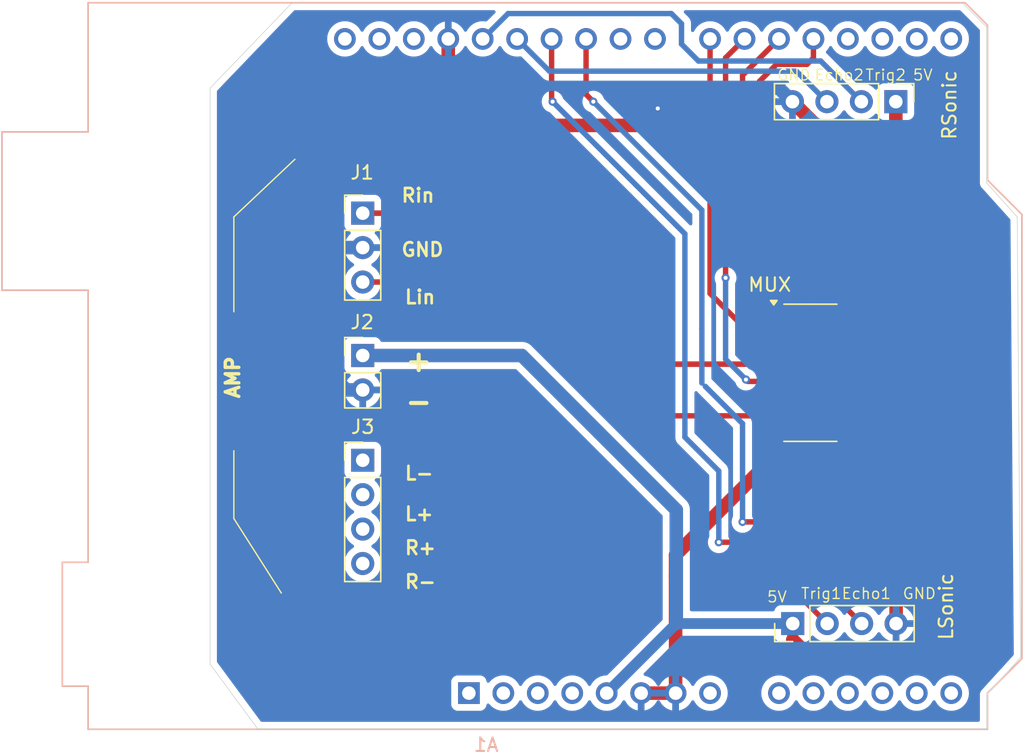
<source format=kicad_pcb>
(kicad_pcb (version 20240108) (generator "pcbnew") (generator_version "8.0")
  (layers (0 "F.Cu" signal) (31 "B.Cu" signal) (34 "B.Paste" user) (35 "F.Paste" user) (36 "B.SilkS" user "B.Silkscreen") (37 "F.SilkS" user "F.Silkscreen") (38 "B.Mask" user) (39 "F.Mask" user) (44 "Edge.Cuts" user))
  (net 0 "")
  (net 19 "GND")
  (net 20 "/SND_IN_R")
  (net 21 "/SND_IN_L")
  (net 32 "+5V")
  (net 33 "/Trig1_pin")
  (net 34 "/Echo1_pin")
  (net 35 "/Trig2_pin")
  (net 36 "/Echo2_pin")
  (net 39 "Net-(A1-D6)")
  (net 40 "Net-(A1-D5)")
  (net 41 "Net-(A1-D4)")
  (net 42 "Net-(A1-D7)")
  (footprint "Connector_PinHeader_2.54mm:PinHeader_1x04_P2.54mm_Vertical" (layer "F.Cu") (at 170.8 53.5 -90)
    (property "Reference" "LSonic" (at 37.25 -3.7 90) (layer "F.SilkS"))
    (property "Value" "Conn_01x04")
    (fp_line (start -1.33 8.95) (end 1.33 8.95) (stroke (width 0.12)) (layer "F.SilkS"))
    (fp_line (start -1.33 1.27) (end -1.33 8.95) (stroke (width 0.12)) (layer "F.SilkS"))
    (fp_line (start -1.33 1.27) (end 1.33 1.27) (stroke (width 0.12)) (layer "F.SilkS"))
    (fp_line (start 1.33 1.27) (end 1.33 8.95) (stroke (width 0.12)) (layer "F.SilkS"))
    (fp_line (start -1.33 0) (end -1.33 -1.33) (stroke (width 0.12)) (layer "F.SilkS"))
    (fp_line (start -1.33 -1.33) (end 0 -1.33) (stroke (width 0.12)) (layer "F.SilkS"))
    (pad "1" thru_hole rect (at 0 0 270) (size 1.7 1.7) (drill 1) (layers "*.Cu" "*.Mask") (net 32 "+5V"))
    (pad "2" thru_hole oval (at 0 2.54 270) (size 1.7 1.7) (drill 1) (layers "*.Cu" "*.Mask") (net 35 "/Trig2_pin"))
    (pad "3" thru_hole oval (at 0 5.08 270) (size 1.7 1.7) (drill 1) (layers "*.Cu" "*.Mask") (net 36 "/Echo2_pin"))
    (pad "4" thru_hole oval (at 0 7.62 270) (size 1.7 1.7) (drill 1) (layers "*.Cu" "*.Mask") (net 19 "GND"))
  )
  (footprint "Connector_PinHeader_2.54mm:PinHeader_1x02_P2.54mm_Vertical" (layer "F.Cu") (at 131.5 72.225)
    (property "Reference" "J2" (at -0.04 -2.46 0) (layer "F.SilkS"))
    (property "Value" "Conn_01x02")
    (fp_line (start -1.33 -1.33) (end 0 -1.33) (stroke (width 0.12)) (layer "F.SilkS"))
    (fp_line (start -1.33 0) (end -1.33 -1.33) (stroke (width 0.12)) (layer "F.SilkS"))
    (fp_line (start -1.33 1.27) (end -1.33 3.87) (stroke (width 0.12)) (layer "F.SilkS"))
    (fp_line (start -1.33 1.27) (end 1.33 1.27) (stroke (width 0.12)) (layer "F.SilkS"))
    (fp_line (start -1.33 3.87) (end 1.33 3.87) (stroke (width 0.12)) (layer "F.SilkS"))
    (fp_line (start 1.33 1.27) (end 1.33 3.87) (stroke (width 0.12)) (layer "F.SilkS"))
    (pad "1" thru_hole rect (at 0 0) (size 1.7 1.7) (drill 1) (layers "*.Cu" "*.Mask") (net 32 "+5V"))
    (pad "2" thru_hole oval (at 0 2.54) (size 1.7 1.7) (drill 1) (layers "*.Cu" "*.Mask") (net 19 "GND"))
  )
  (footprint "Connector_PinHeader_2.54mm:PinHeader_1x03_P2.54mm_Vertical" (layer "F.Cu") (at 131.5 61.725)
    (property "Reference" "J1" (at -0.04 -3 0) (layer "F.SilkS"))
    (property "Value" "Conn_01x03")
    (fp_line (start -1.33 -1.33) (end 0 -1.33) (stroke (width 0.12)) (layer "F.SilkS"))
    (fp_line (start -1.33 0) (end -1.33 -1.33) (stroke (width 0.12)) (layer "F.SilkS"))
    (fp_line (start -1.33 1.27) (end -1.33 6.41) (stroke (width 0.12)) (layer "F.SilkS"))
    (fp_line (start -1.33 1.27) (end 1.33 1.27) (stroke (width 0.12)) (layer "F.SilkS"))
    (fp_line (start -1.33 6.41) (end 1.33 6.41) (stroke (width 0.12)) (layer "F.SilkS"))
    (fp_line (start 1.33 1.27) (end 1.33 6.41) (stroke (width 0.12)) (layer "F.SilkS"))
    (pad "1" thru_hole rect (at 0 0) (size 1.7 1.7) (drill 1) (layers "*.Cu" "*.Mask") (net 20 "/SND_IN_R"))
    (pad "2" thru_hole oval (at 0 2.54) (size 1.7 1.7) (drill 1) (layers "*.Cu" "*.Mask") (net 19 "GND"))
    (pad "3" thru_hole oval (at 0 5.08) (size 1.7 1.7) (drill 1) (layers "*.Cu" "*.Mask") (net 21 "/SND_IN_L"))
  )
  (footprint "Connector_PinHeader_2.54mm:PinHeader_1x04_P2.54mm_Vertical" (layer "F.Cu") (at 163.2 92 90)
    (property "Reference" "RSonic" (at 38.25 11.55 90) (layer "F.SilkS"))
    (property "Value" "Conn_01x04")
    (fp_line (start -1.33 -1.33) (end 0 -1.33) (stroke (width 0.12)) (layer "F.SilkS"))
    (fp_line (start -1.33 0) (end -1.33 -1.33) (stroke (width 0.12)) (layer "F.SilkS"))
    (fp_line (start 1.33 1.27) (end 1.33 8.95) (stroke (width 0.12)) (layer "F.SilkS"))
    (fp_line (start -1.33 1.27) (end 1.33 1.27) (stroke (width 0.12)) (layer "F.SilkS"))
    (fp_line (start -1.33 1.27) (end -1.33 8.95) (stroke (width 0.12)) (layer "F.SilkS"))
    (fp_line (start -1.33 8.95) (end 1.33 8.95) (stroke (width 0.12)) (layer "F.SilkS"))
    (pad "1" thru_hole rect (at 0 0 90) (size 1.7 1.7) (drill 1) (layers "*.Cu" "*.Mask") (net 32 "+5V"))
    (pad "2" thru_hole oval (at 0 2.54 90) (size 1.7 1.7) (drill 1) (layers "*.Cu" "*.Mask") (net 33 "/Trig1_pin"))
    (pad "3" thru_hole oval (at 0 5.08 90) (size 1.7 1.7) (drill 1) (layers "*.Cu" "*.Mask") (net 34 "/Echo1_pin"))
    (pad "4" thru_hole oval (at 0 7.62 90) (size 1.7 1.7) (drill 1) (layers "*.Cu" "*.Mask") (net 19 "GND"))
  )
  (footprint "Connector_PinHeader_2.54mm:PinHeader_1x04_P2.54mm_Vertical" (layer "F.Cu") (at 131.5 79.95)
    (property "Reference" "J3" (at 0 -2.46 0) (layer "F.SilkS"))
    (property "Value" "Conn_01x04")
    (fp_line (start -1.33 -1.33) (end 0 -1.33) (stroke (width 0.12)) (layer "F.SilkS"))
    (fp_line (start -1.33 0) (end -1.33 -1.33) (stroke (width 0.12)) (layer "F.SilkS"))
    (fp_line (start -1.33 1.27) (end -1.33 8.95) (stroke (width 0.12)) (layer "F.SilkS"))
    (fp_line (start -1.33 1.27) (end 1.33 1.27) (stroke (width 0.12)) (layer "F.SilkS"))
    (fp_line (start -1.33 8.95) (end 1.33 8.95) (stroke (width 0.12)) (layer "F.SilkS"))
    (fp_line (start 1.33 1.27) (end 1.33 8.95) (stroke (width 0.12)) (layer "F.SilkS"))
    (pad "1" thru_hole rect (at 0 0) (size 1.7 1.7) (drill 1) (layers "*.Cu" "*.Mask"))
    (pad "2" thru_hole oval (at 0 2.54) (size 1.7 1.7) (drill 1) (layers "*.Cu" "*.Mask"))
    (pad "3" thru_hole oval (at 0 5.08) (size 1.7 1.7) (drill 1) (layers "*.Cu" "*.Mask"))
    (pad "4" thru_hole oval (at 0 7.62) (size 1.7 1.7) (drill 1) (layers "*.Cu" "*.Mask"))
  )
  (footprint "Package_SO:SO-16_3.9x9.9mm_P1.27mm" (layer "F.Cu") (at 164.5 73.5)
    (property "Reference" "MUX" (at -3 -6.5 0) (layer "F.SilkS"))
    (property "Value" "74LS157")
    (fp_line (start 0 -5.06) (end -1.95 -5.06) (stroke (width 0.12)) (layer "F.SilkS"))
    (fp_line (start 0 -5.06) (end 1.95 -5.06) (stroke (width 0.12)) (layer "F.SilkS"))
    (fp_line (start 0 5.06) (end -1.95 5.06) (stroke (width 0.12)) (layer "F.SilkS"))
    (fp_line (start 0 5.06) (end 1.95 5.06) (stroke (width 0.12)) (layer "F.SilkS"))
    (fp_poly (pts (xy -2.7 -5.005) (xy -2.94 -5.335) (xy -2.46 -5.335) (xy -2.7 -5.005)) (stroke (width 0.12)) (fill solid) (layer "F.SilkS"))
    (pad "1" smd roundrect (at -2.575 -4.445) (size 1.75 0.6) (layers "F.Cu" "F.Paste" "F.Mask") (net 41 "Net-(A1-D4)"))
    (pad "2" smd roundrect (at -2.575 -3.175) (size 1.75 0.6) (layers "F.Cu" "F.Paste" "F.Mask") (net 40 "Net-(A1-D5)"))
    (pad "3" smd roundrect (at -2.575 -1.905) (size 1.75 0.6) (layers "F.Cu" "F.Paste" "F.Mask") (net 42 "Net-(A1-D7)"))
    (pad "4" smd roundrect (at -2.575 -0.635) (size 1.75 0.6) (layers "F.Cu" "F.Paste" "F.Mask") (net 20 "/SND_IN_R"))
    (pad "5" smd roundrect (at -2.575 0.635) (size 1.75 0.6) (layers "F.Cu" "F.Paste" "F.Mask") (net 39 "Net-(A1-D6)"))
    (pad "6" smd roundrect (at -2.575 1.905) (size 1.75 0.6) (layers "F.Cu" "F.Paste" "F.Mask") (net 42 "Net-(A1-D7)"))
    (pad "7" smd roundrect (at -2.575 3.175) (size 1.75 0.6) (layers "F.Cu" "F.Paste" "F.Mask") (net 21 "/SND_IN_L"))
    (pad "8" smd roundrect (at -2.575 4.445) (size 1.75 0.6) (layers "F.Cu" "F.Paste" "F.Mask") (net 19 "GND"))
    (pad "9" smd roundrect (at 2.575 4.445) (size 1.75 0.6) (layers "F.Cu" "F.Paste" "F.Mask"))
    (pad "10" smd roundrect (at 2.575 3.175) (size 1.75 0.6) (layers "F.Cu" "F.Paste" "F.Mask"))
    (pad "11" smd roundrect (at 2.575 1.905) (size 1.75 0.6) (layers "F.Cu" "F.Paste" "F.Mask"))
    (pad "12" smd roundrect (at 2.575 0.635) (size 1.75 0.6) (layers "F.Cu" "F.Paste" "F.Mask"))
    (pad "13" smd roundrect (at 2.575 -0.635) (size 1.75 0.6) (layers "F.Cu" "F.Paste" "F.Mask"))
    (pad "14" smd roundrect (at 2.575 -1.905) (size 1.75 0.6) (layers "F.Cu" "F.Paste" "F.Mask"))
    (pad "15" smd roundrect (at 2.575 -3.175) (size 1.75 0.6) (layers "F.Cu" "F.Paste" "F.Mask") (net 19 "GND"))
    (pad "16" smd roundrect (at 2.575 -4.445) (size 1.75 0.6) (layers "F.Cu" "F.Paste" "F.Mask") (net 32 "+5V"))
  )
  (footprint "Module:Arduino_UNO_R3" (layer "B.Cu") (at 139.325 97.13)
    (property "Reference" "A1" (at 1.27 3.81 0) (layer "B.SilkS") (effects (justify mirror)))
    (property "Value" "Arduino_UNO_R3")
    (fp_line (start -34.42 -41.4) (end -34.42 -29.72) (stroke (width 0.12)) (layer "B.SilkS"))
    (fp_line (start -34.42 -29.72) (end -28.07 -29.72) (stroke (width 0.12)) (layer "B.SilkS"))
    (fp_line (start -29.97 -9.65) (end -29.97 -0.51) (stroke (width 0.12)) (layer "B.SilkS"))
    (fp_line (start -29.97 -0.51) (end -28.07 -0.51) (stroke (width 0.12)) (layer "B.SilkS"))
    (fp_line (start -28.07 -50.93) (end -28.07 -41.4) (stroke (width 0.12)) (layer "B.SilkS"))
    (fp_line (start -28.07 -41.4) (end -34.42 -41.4) (stroke (width 0.12)) (layer "B.SilkS"))
    (fp_line (start -28.07 -29.72) (end -28.07 -9.65) (stroke (width 0.12)) (layer "B.SilkS"))
    (fp_line (start -28.07 -9.65) (end -29.97 -9.65) (stroke (width 0.12)) (layer "B.SilkS"))
    (fp_line (start -28.07 -0.51) (end -28.07 2.67) (stroke (width 0.12)) (layer "B.SilkS"))
    (fp_line (start -28.07 2.67) (end 38.23 2.67) (stroke (width 0.12)) (layer "B.SilkS"))
    (fp_line (start 36.58 -50.93) (end -28.07 -50.93) (stroke (width 0.12)) (layer "B.SilkS"))
    (fp_line (start 38.23 -49.28) (end 36.58 -50.93) (stroke (width 0.12)) (layer "B.SilkS"))
    (fp_line (start 38.23 -37.85) (end 38.23 -49.28) (stroke (width 0.12)) (layer "B.SilkS"))
    (fp_line (start 38.23 0) (end 40.77 -2.54) (stroke (width 0.12)) (layer "B.SilkS"))
    (fp_line (start 38.23 2.67) (end 38.23 0) (stroke (width 0.12)) (layer "B.SilkS"))
    (fp_line (start 40.77 -35.31) (end 38.23 -37.85) (stroke (width 0.12)) (layer "B.SilkS"))
    (fp_line (start 40.77 -2.54) (end 40.77 -35.31) (stroke (width 0.12)) (layer "B.SilkS"))
    (pad "1" thru_hole rect (at 0 0 270) (size 1.6 1.6) (drill 1) (layers "*.Cu" "*.Mask"))
    (pad "2" thru_hole oval (at 2.54 0 270) (size 1.6 1.6) (drill 1) (layers "*.Cu" "*.Mask"))
    (pad "3" thru_hole oval (at 5.08 0 270) (size 1.6 1.6) (drill 1) (layers "*.Cu" "*.Mask"))
    (pad "4" thru_hole oval (at 7.62 0 270) (size 1.6 1.6) (drill 1) (layers "*.Cu" "*.Mask"))
    (pad "5" thru_hole oval (at 10.16 0 270) (size 1.6 1.6) (drill 1) (layers "*.Cu" "*.Mask") (net 32 "+5V"))
    (pad "6" thru_hole oval (at 12.7 0 270) (size 1.6 1.6) (drill 1) (layers "*.Cu" "*.Mask") (net 19 "GND"))
    (pad "7" thru_hole oval (at 15.24 0 270) (size 1.6 1.6) (drill 1) (layers "*.Cu" "*.Mask") (net 19 "GND"))
    (pad "8" thru_hole oval (at 17.78 0 270) (size 1.6 1.6) (drill 1) (layers "*.Cu" "*.Mask"))
    (pad "9" thru_hole oval (at 22.86 0 270) (size 1.6 1.6) (drill 1) (layers "*.Cu" "*.Mask"))
    (pad "10" thru_hole oval (at 25.4 0 270) (size 1.6 1.6) (drill 1) (layers "*.Cu" "*.Mask"))
    (pad "11" thru_hole oval (at 27.94 0 270) (size 1.6 1.6) (drill 1) (layers "*.Cu" "*.Mask"))
    (pad "12" thru_hole oval (at 30.48 0 270) (size 1.6 1.6) (drill 1) (layers "*.Cu" "*.Mask"))
    (pad "13" thru_hole oval (at 33.02 0 270) (size 1.6 1.6) (drill 1) (layers "*.Cu" "*.Mask"))
    (pad "14" thru_hole oval (at 35.56 0 270) (size 1.6 1.6) (drill 1) (layers "*.Cu" "*.Mask"))
    (pad "15" thru_hole oval (at 35.56 -48.26 270) (size 1.6 1.6) (drill 1) (layers "*.Cu" "*.Mask"))
    (pad "16" thru_hole oval (at 33.02 -48.26 270) (size 1.6 1.6) (drill 1) (layers "*.Cu" "*.Mask"))
    (pad "17" thru_hole oval (at 30.48 -48.26 270) (size 1.6 1.6) (drill 1) (layers "*.Cu" "*.Mask"))
    (pad "18" thru_hole oval (at 27.94 -48.26 270) (size 1.6 1.6) (drill 1) (layers "*.Cu" "*.Mask"))
    (pad "19" thru_hole oval (at 25.4 -48.26 270) (size 1.6 1.6) (drill 1) (layers "*.Cu" "*.Mask") (net 41 "Net-(A1-D4)"))
    (pad "20" thru_hole oval (at 22.86 -48.26 270) (size 1.6 1.6) (drill 1) (layers "*.Cu" "*.Mask") (net 40 "Net-(A1-D5)"))
    (pad "21" thru_hole oval (at 20.32 -48.26 270) (size 1.6 1.6) (drill 1) (layers "*.Cu" "*.Mask") (net 39 "Net-(A1-D6)"))
    (pad "22" thru_hole oval (at 17.78 -48.26 270) (size 1.6 1.6) (drill 1) (layers "*.Cu" "*.Mask") (net 42 "Net-(A1-D7)"))
    (pad "23" thru_hole oval (at 13.72 -48.26 270) (size 1.6 1.6) (drill 1) (layers "*.Cu" "*.Mask"))
    (pad "24" thru_hole oval (at 11.18 -48.26 270) (size 1.6 1.6) (drill 1) (layers "*.Cu" "*.Mask"))
    (pad "25" thru_hole oval (at 8.64 -48.26 270) (size 1.6 1.6) (drill 1) (layers "*.Cu" "*.Mask") (net 34 "/Echo1_pin"))
    (pad "26" thru_hole oval (at 6.1 -48.26 270) (size 1.6 1.6) (drill 1) (layers "*.Cu" "*.Mask") (net 33 "/Trig1_pin"))
    (pad "27" thru_hole oval (at 3.56 -48.26 270) (size 1.6 1.6) (drill 1) (layers "*.Cu" "*.Mask") (net 36 "/Echo2_pin"))
    (pad "28" thru_hole oval (at 1.02 -48.26 270) (size 1.6 1.6) (drill 1) (layers "*.Cu" "*.Mask") (net 35 "/Trig2_pin"))
    (pad "29" thru_hole oval (at -1.52 -48.26 270) (size 1.6 1.6) (drill 1) (layers "*.Cu" "*.Mask") (net 19 "GND"))
    (pad "30" thru_hole oval (at -4.06 -48.26 270) (size 1.6 1.6) (drill 1) (layers "*.Cu" "*.Mask"))
    (pad "31" thru_hole oval (at -6.6 -48.26 270) (size 1.6 1.6) (drill 1) (layers "*.Cu" "*.Mask"))
    (pad "32" thru_hole oval (at -9.14 -48.26 270) (size 1.6 1.6) (drill 1) (layers "*.Cu" "*.Mask"))
  )
  (gr_line (start 122 84.25) (end 125.5 89.75) (stroke (width 0.1)) (layer "F.SilkS"))
  (gr_line (start 126.5 57.75) (end 122 62) (stroke (width 0.1)) (layer "F.SilkS"))
  (gr_line (start 122 79.25) (end 122 84.25) (stroke (width 0.1)) (layer "F.SilkS"))
  (gr_line (start 122 62) (end 122 69) (stroke (width 0.1)) (layer "F.SilkS"))
  (gr_line (start 179.75 62) (end 177.5 59.5) (stroke (width 0.05)) (layer "Edge.Cuts"))
  (gr_line (start 120.25 73) (end 120.25 52.5) (stroke (width 0.05)) (layer "Edge.Cuts"))
  (gr_line (start 180 94.5) (end 179.75 62) (stroke (width 0.05)) (layer "Edge.Cuts"))
  (gr_line (start 120.25 92.5) (end 120.25 95) (stroke (width 0.05)) (layer "Edge.Cuts"))
  (gr_line (start 177.5 59.5) (end 177.5 48) (stroke (width 0.05)) (layer "Edge.Cuts"))
  (gr_line (start 177.5 48) (end 175.75 46.25) (stroke (width 0.05)) (layer "Edge.Cuts"))
  (gr_line (start 177.5 97.25) (end 180 94.5) (stroke (width 0.05)) (layer "Edge.Cuts"))
  (gr_line (start 126.25 46.25) (end 175.75 46.25) (stroke (width 0.05)) (layer "Edge.Cuts"))
  (gr_line (start 123.75 99.75) (end 177.5 99.75) (stroke (width 0.05)) (layer "Edge.Cuts"))
  (gr_line (start 120.25 95) (end 123.75 99.75) (stroke (width 0.05)) (layer "Edge.Cuts"))
  (gr_line (start 177.5 99.75) (end 177.5 97.25) (stroke (width 0.05)) (layer "Edge.Cuts"))
  (gr_line (start 120.25 52.5) (end 126.25 46.25) (stroke (width 0.05)) (layer "Edge.Cuts"))
  (gr_line (start 120.25 73) (end 120.25 92.5) (stroke (width 0.05)) (layer "Edge.Cuts"))
  (gr_text "Echo2" (at 164.75 52 0) (layer "F.SilkS") (effects (font (size 0.8 0.8) (thickness 0.1)) (justify left bottom)))
  (gr_text "AMP" (at 122.5 75.5 90) (layer "F.SilkS") (effects (font (size 1 1) (thickness 0.25) (bold yes)) (justify left bottom)))
  (gr_text "Rin" (at 134.25 61 0) (layer "F.SilkS") (effects (font (size 1 1) (thickness 0.2) (bold yes)) (justify left bottom)))
  (gr_text "Trig2" (at 168.5 52 0) (layer "F.SilkS") (effects (font (size 0.8 0.8) (thickness 0.1)) (justify left bottom)))
  (gr_text "Lin" (at 134.5 68.5 0) (layer "F.SilkS") (effects (font (size 1 1) (thickness 0.2) (bold yes)) (justify left bottom)))
  (gr_text "L-" (at 134.5 81.5 0) (layer "F.SilkS") (effects (font (size 1 1) (thickness 0.2) (bold yes)) (justify left bottom)))
  (gr_text "L+" (at 134.5 84.5 0) (layer "F.SilkS") (effects (font (size 1 1) (thickness 0.2) (bold yes)) (justify left bottom)))
  (gr_text "R-" (at 134.5 89.5 0) (layer "F.SilkS") (effects (font (size 1 1) (thickness 0.2) (bold yes)) (justify left bottom)))
  (gr_text "+" (at 134.5 73.5 0) (layer "F.SilkS") (effects (font (size 1.5 1.5) (thickness 0.3) (bold yes)) (justify left bottom)))
  (gr_text "Trig1" (at 163.75 90.25 0) (layer "F.SilkS") (effects (font (size 0.8 0.8) (thickness 0.1)) (justify left bottom)))
  (gr_text "GND" (at 134.25 65 0) (layer "F.SilkS") (effects (font (size 1 1) (thickness 0.2) (bold yes)) (justify left bottom)))
  (gr_text "-" (at 134.5 76.5 0) (layer "F.SilkS") (effects (font (size 1.5 1.5) (thickness 0.3) (bold yes)) (justify left bottom)))
  (gr_text "GND" (at 162 52 0) (layer "F.SilkS") (effects (font (size 0.8 0.8) (thickness 0.1)) (justify left bottom)))
  (gr_text "GND" (at 171.25 90.25 0) (layer "F.SilkS") (effects (font (size 0.8 0.8) (thickness 0.1)) (justify left bottom)))
  (gr_text "5V" (at 172 52 0) (layer "F.SilkS") (effects (font (size 0.8 0.8) (thickness 0.1)) (justify left bottom)))
  (gr_text "R+" (at 134.5 87 0) (layer "F.SilkS") (effects (font (size 1 1) (thickness 0.2) (bold yes)) (justify left bottom)))
  (gr_text "5V" (at 161.25 90.5 0) (layer "F.SilkS") (effects (font (size 0.8 0.8) (thickness 0.1)) (justify left bottom)))
  (gr_text "Echo1" (at 166.75 90.25 0) (layer "F.SilkS") (effects (font (size 0.8 0.8) (thickness 0.1)) (justify left bottom)))
  (segment (start 153.25 54) (end 152 55.25) (width 1) (layer "F.Cu") (net 19))
  (segment (start 162.799999 77.945) (end 165.25 75.494999) (width 1) (layer "F.Cu") (net 19))
  (segment (start 165.25 75.494999) (end 165.25 69.5) (width 1) (layer "F.Cu") (net 19))
  (segment (start 154.565 86.935) (end 154.565 88.5) (width 1) (layer "F.Cu") (net 19))
  (segment (start 161.925 79.575) (end 154.565 86.935) (width 1) (layer "F.Cu") (net 19))
  (segment (start 165.25 55.57) (end 163.18 53.5) (width 1) (layer "F.Cu") (net 19))
  (segment (start 166.075 70.325) (end 165.25 69.5) (width 0.8) (layer "F.Cu") (net 19))
  (segment (start 167.075 70.325) (end 166.075 70.325) (width 0.8) (layer "F.Cu") (net 19))
  (segment (start 128.25 63.5) (end 128.25 56.5) (width 1) (layer "F.Cu") (net 19))
  (segment (start 154.565 88.5) (end 154.565 97.13) (width 1) (layer "F.Cu") (net 19))
  (segment (start 161.925 77.945) (end 161.925 79.575) (width 0.6) (layer "F.Cu") (net 19))
  (segment (start 161.925 77.945) (end 162.799999 77.945) (width 0.2) (layer "F.Cu") (net 19))
  (segment (start 167.949999 70.325) (end 170.82 73.195001) (width 1) (layer "F.Cu") (net 19))
  (segment (start 167.075 70.325) (end 167.949999 70.325) (width 0.8) (layer "F.Cu") (net 19))
  (segment (start 137.805 51.805) (end 137.805 48.87) (width 1) (layer "F.Cu") (net 19))
  (segment (start 152 55.25) (end 141.25 55.25) (width 1) (layer "F.Cu") (net 19))
  (segment (start 141.25 55.25) (end 137.805 51.805) (width 1) (layer "F.Cu") (net 19))
  (segment (start 129.015 64.265) (end 128.25 63.5) (width 1) (layer "F.Cu") (net 19))
  (segment (start 131.5 64.265) (end 129.015 64.265) (width 1) (layer "F.Cu") (net 19))
  (segment (start 170.82 73.195001) (end 170.82 92) (width 1) (layer "F.Cu") (net 19))
  (segment (start 128.25 56.5) (end 132.945 51.805) (width 1) (layer "F.Cu") (net 19))
  (segment (start 152.025 97.13) (end 154.565 97.13) (width 1) (layer "F.Cu") (net 19))
  (segment (start 165.25 69.5) (end 165.25 55.57) (width 1) (layer "F.Cu") (net 19))
  (segment (start 132.945 51.805) (end 137.805 51.805) (width 1) (layer "F.Cu") (net 19))
  (via (at 153.25 54) (size 0.6) (drill 0.3) (layers "F.Cu" "B.Cu") (net 19))
  (segment (start 131.5 64.265) (end 129.985 64.265) (width 1) (layer "B.Cu") (net 19))
  (segment (start 130.297919 74.765) (end 131.5 74.765) (width 1) (layer "B.Cu") (net 19))
  (segment (start 163.18 53.5) (end 162.18 52.5) (width 1) (layer "B.Cu") (net 19))
  (segment (start 154.75 52.5) (end 153.25 54) (width 1) (layer "B.Cu") (net 19))
  (segment (start 127.75 72.217081) (end 130.297919 74.765) (width 1) (layer "B.Cu") (net 19))
  (segment (start 127.75 66.5) (end 127.75 72.217081) (width 1) (layer "B.Cu") (net 19))
  (segment (start 129.985 64.265) (end 127.75 66.5) (width 1) (layer "B.Cu") (net 19))
  (segment (start 162.18 52.5) (end 154.75 52.5) (width 1) (layer "B.Cu") (net 19))
  (segment (start 138.975 61.725) (end 131.5 61.725) (width 0.41) (layer "F.Cu") (net 20))
  (segment (start 161.925 72.865) (end 150.115 72.865) (width 0.41) (layer "F.Cu") (net 20))
  (segment (start 150.115 72.865) (end 138.975 61.725) (width 0.41) (layer "F.Cu") (net 20))
  (segment (start 149.675 76.675) (end 139.805 66.805) (width 0.4) (layer "F.Cu") (net 21))
  (segment (start 161.925 76.675) (end 149.675 76.675) (width 0.4) (layer "F.Cu") (net 21))
  (segment (start 139.805 66.805) (end 131.5 66.805) (width 0.4) (layer "F.Cu") (net 21))
  (segment (start 176.25 72.4) (end 176.25 93) (width 1) (layer "F.Cu") (net 32))
  (segment (start 176.25 93) (end 174.25 95) (width 1) (layer "F.Cu") (net 32))
  (segment (start 165 95) (end 163.2 93.2) (width 1) (layer "F.Cu") (net 32))
  (segment (start 174.25 95) (end 165 95) (width 1) (layer "F.Cu") (net 32))
  (segment (start 170.8 53.5) (end 170.8 66.95) (width 1) (layer "F.Cu") (net 32))
  (segment (start 168.695 69.055) (end 168.75 69) (width 0.2) (layer "F.Cu") (net 32))
  (segment (start 167.075 69.055) (end 168.695 69.055) (width 0.8) (layer "F.Cu") (net 32))
  (segment (start 163.2 93.2) (end 163.2 92) (width 0.8) (layer "F.Cu") (net 32))
  (segment (start 170.8 66.95) (end 176.25 72.4) (width 1) (layer "F.Cu") (net 32))
  (segment (start 170.8 66.95) (end 168.75 69) (width 1) (layer "F.Cu") (net 32))
  (segment (start 143.225 72.225) (end 154.615 83.615) (width 1) (layer "B.Cu") (net 32))
  (segment (start 154.615 92) (end 149.485 97.13) (width 0.8) (layer "B.Cu") (net 32))
  (segment (start 163.2 92) (end 154.615 92) (width 0.8) (layer "B.Cu") (net 32))
  (segment (start 131.5 72.225) (end 143.225 72.225) (width 1) (layer "B.Cu") (net 32))
  (segment (start 154.615 83.615) (end 154.615 92) (width 1) (layer "B.Cu") (net 32))
  (segment (start 145.425 48.87) (end 145.425 53.425) (width 0.4) (layer "F.Cu") (net 33))
  (segment (start 145.425 53.425) (end 145.5 53.5) (width 0.2) (layer "F.Cu") (net 33))
  (segment (start 159.74 86) (end 157.75 86) (width 0.4) (layer "F.Cu") (net 33))
  (segment (start 165.74 92) (end 159.74 86) (width 0.4) (layer "F.Cu") (net 33))
  (via (at 157.75 86) (size 0.6) (drill 0.3) (layers "F.Cu" "B.Cu") (net 33))
  (via (at 145.5 53.5) (size 0.6) (drill 0.3) (layers "F.Cu" "B.Cu") (net 33))
  (segment (start 157.75 80.75) (end 155.25 78.25) (width 0.4) (layer "B.Cu") (net 33))
  (segment (start 155.25 63.25) (end 145.5 53.5) (width 0.4) (layer "B.Cu") (net 33))
  (segment (start 155.25 78.25) (end 155.25 63.25) (width 0.4) (layer "B.Cu") (net 33))
  (segment (start 157.75 86) (end 157.75 80.75) (width 0.4) (layer "B.Cu") (net 33))
  (segment (start 160.78 84.5) (end 159.5 84.5) (width 0.4) (layer "F.Cu") (net 34))
  (segment (start 148.5 53.5) (end 147.965 52.965) (width 0.4) (layer "F.Cu") (net 34))
  (segment (start 147.965 52.965) (end 147.965 48.87) (width 0.4) (layer "F.Cu") (net 34))
  (segment (start 168.28 92) (end 160.78 84.5) (width 0.4) (layer "F.Cu") (net 34))
  (via (at 148.5 53.5) (size 0.6) (drill 0.3) (layers "F.Cu" "B.Cu") (net 34))
  (via (at 159.5 84.5) (size 0.6) (drill 0.3) (layers "F.Cu" "B.Cu") (net 34))
  (segment (start 156.75 74.5) (end 156.5 74.25) (width 0.2) (layer "B.Cu") (net 34))
  (segment (start 156.5 70.25) (end 156.5 61.5) (width 0.4) (layer "B.Cu") (net 34))
  (segment (start 156.5 61.5) (end 148.5 53.5) (width 0.4) (layer "B.Cu") (net 34))
  (segment (start 156.5 74.25) (end 156.5 70.25) (width 0.4) (layer "B.Cu") (net 34))
  (segment (start 159.5 84.5) (end 159.5 77.25) (width 0.4) (layer "B.Cu") (net 34))
  (segment (start 159.5 77.25) (end 156.75 74.5) (width 0.4) (layer "B.Cu") (net 34))
  (segment (start 142.215 47) (end 140.345 48.87) (width 0.4) (layer "B.Cu") (net 35))
  (segment (start 165.26 50.5) (end 156.25 50.5) (width 0.4) (layer "B.Cu") (net 35))
  (segment (start 155 47.75) (end 154.25 47) (width 0.4) (layer "B.Cu") (net 35))
  (segment (start 154.25 47) (end 142.215 47) (width 0.4) (layer "B.Cu") (net 35))
  (segment (start 156.25 50.5) (end 155 49.25) (width 0.4) (layer "B.Cu") (net 35))
  (segment (start 168.26 53.5) (end 165.26 50.5) (width 0.4) (layer "B.Cu") (net 35))
  (segment (start 155 49.25) (end 155 47.75) (width 0.4) (layer "B.Cu") (net 35))
  (segment (start 145.265 51.25) (end 142.885 48.87) (width 0.4) (layer "B.Cu") (net 36))
  (segment (start 165.72 53.5) (end 163.47 51.25) (width 0.4) (layer "B.Cu") (net 36))
  (segment (start 163.47 51.25) (end 145.265 51.25) (width 0.4) (layer "B.Cu") (net 36))
  (segment (start 159.645 48.87) (end 158.25 50.265) (width 0.4) (layer "F.Cu") (net 39))
  (segment (start 159.75 74) (end 159.885 74.135) (width 0.2) (layer "F.Cu") (net 39))
  (segment (start 158.25 50.265) (end 158.25 66.5) (width 0.4) (layer "F.Cu") (net 39))
  (segment (start 159.885 74.135) (end 161.925 74.135) (width 0.4) (layer "F.Cu") (net 39))
  (via (at 159.75 74) (size 0.6) (drill 0.3) (layers "F.Cu" "B.Cu") (net 39))
  (via (at 158.25 66.5) (size 0.6) (drill 0.3) (layers "F.Cu" "B.Cu") (net 39))
  (segment (start 158.25 72.5) (end 159.75 74) (width 0.4) (layer "B.Cu") (net 39))
  (segment (start 158.25 66.5) (end 158.25 72.5) (width 0.4) (layer "B.Cu") (net 39))
  (segment (start 160.825 70.325) (end 159.5 69) (width 0.4) (layer "F.Cu") (net 40))
  (segment (start 161.925 70.325) (end 160.825 70.325) (width 0.4) (layer "F.Cu") (net 40))
  (segment (start 159.5 51.555) (end 162.185 48.87) (width 0.4) (layer "F.Cu") (net 40))
  (segment (start 159.5 69) (end 159.5 51.555) (width 0.4) (layer "F.Cu") (net 40))
  (segment (start 162 50.75) (end 160.75 52) (width 0.4) (layer "F.Cu") (net 41))
  (segment (start 160.75 67.88) (end 161.925 69.055) (width 0.4) (layer "F.Cu") (net 41))
  (segment (start 164.725 50.275) (end 164.25 50.75) (width 0.4) (layer "F.Cu") (net 41))
  (segment (start 164.725 48.87) (end 164.725 50.275) (width 0.4) (layer "F.Cu") (net 41))
  (segment (start 164.25 50.75) (end 162 50.75) (width 0.4) (layer "F.Cu") (net 41))
  (segment (start 160.75 52) (end 160.75 67.88) (width 0.4) (layer "F.Cu") (net 41))
  (segment (start 157.105 48.87) (end 157.105 67.649999) (width 0.4) (layer "F.Cu") (net 42))
  (segment (start 157.105 67.649999) (end 161.050001 71.595) (width 0.4) (layer "F.Cu") (net 42))
  (segment (start 164 72.795001) (end 164 74.204999) (width 0.5) (layer "F.Cu") (net 42))
  (segment (start 162.799999 71.595) (end 164 72.795001) (width 0.5) (layer "F.Cu") (net 42))
  (segment (start 164 74.204999) (end 162.799999 75.405) (width 0.5) (layer "F.Cu") (net 42))
  (segment (start 162.799999 75.405) (end 161.925 75.405) (width 0.2) (layer "F.Cu") (net 42))
  (segment (start 161.050001 71.595) (end 161.925 71.595) (width 0.2) (layer "F.Cu") (net 42))
  (segment (start 161.925 71.595) (end 162.799999 71.595) (width 0.2) (layer "F.Cu") (net 42))
  (zone (net 19) (net_name "GND") (layer "B.Cu") (connect_pads thru_hole_only (clearance 0.5)) (min_thickness 0.25) (fill yes (thermal_gap 0.5) (thermal_bridge_width 0.5))
    (polygon (pts (xy 111.25 46.25) (xy 111.25 99.75) (xy 177.75 99.75) (xy 177.75 97.25) (xy 180.25 94.5) (xy 180 61.75) (xy 177.5 59.25) (xy 177.5 47.75) (xy 175.75 46)))
  )
)
</source>
